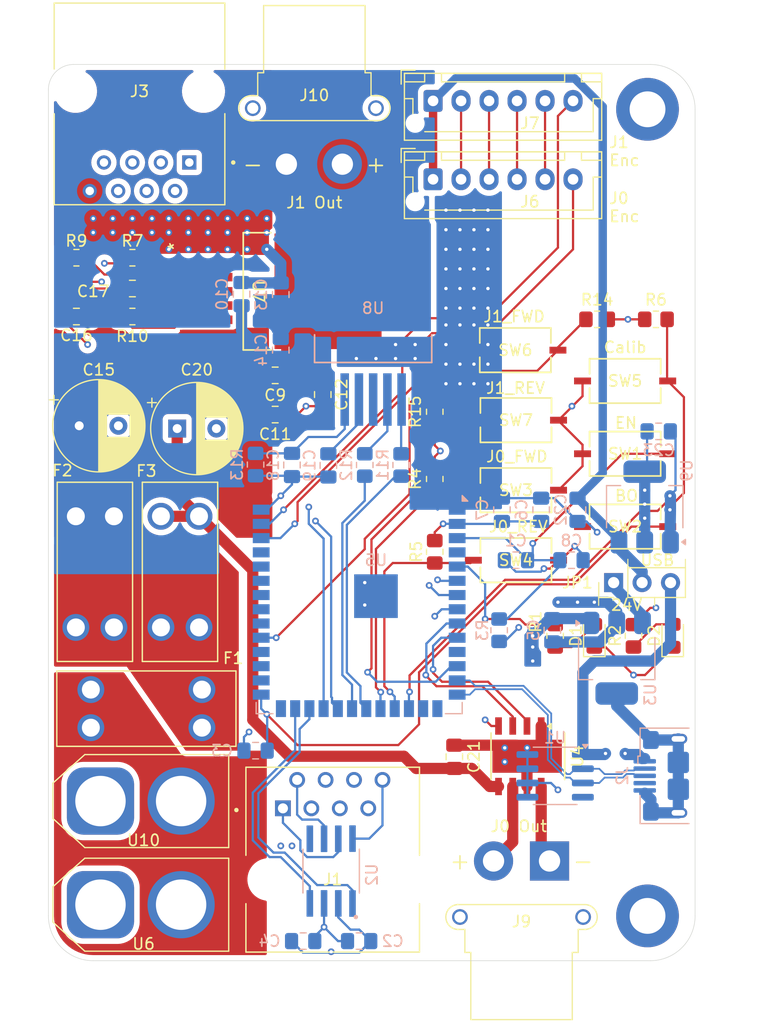
<source format=kicad_pcb>
(kicad_pcb (version 20240108) (generator "pcbnew") (generator_version "8.0")
  (layers (0 "F.Cu" signal) (1 "In1.Cu" signal) (2 "In2.Cu" signal) (31 "B.Cu" signal) (34 "B.Paste" user) (35 "F.Paste" user) (36 "B.SilkS" user "B.Silkscreen") (37 "F.SilkS" user "F.Silkscreen") (38 "B.Mask" user) (39 "F.Mask" user) (44 "Edge.Cuts" user))
  (net 0 "")
  (net 1 "GND")
  (net 2 "EN_PB")
  (net 3 "+5V")
  (net 4 "GPIO_0")
  (net 5 "+3.3V")
  (net 6 "+24V")
  (net 7 "J1+")
  (net 8 "J1-")
  (net 9 "Net-(U7-IS)")
  (net 10 "Net-(U7-SR)")
  (net 11 "Net-(U8-IS)")
  (net 12 "Net-(U8-SR)")
  (net 13 "Net-(D1-A)")
  (net 14 "Net-(D2-A)")
  (net 15 "Net-(U7-VS)")
  (net 16 "Net-(U4-V_{M})")
  (net 19 "CANH")
  (net 20 "CANL")
  (net 24 "USB_P")
  (net 25 "USB_N")
  (net 31 "CS_ENC_J0")
  (net 32 "SCK")
  (net 33 "MOSI")
  (net 34 "MISO")
  (net 35 "J0-")
  (net 36 "J0+")
  (net 37 "LED_BUILDIN")
  (net 38 "PB_FWD_J0")
  (net 39 "PB_REV_J0")
  (net 40 "PB_CALIB")
  (net 41 "Net-(U7-IN)")
  (net 42 "J1_IN_1")
  (net 44 "J1_EN_1")
  (net 45 "Net-(U7-EN_(INH))")
  (net 46 "Net-(U8-IN)")
  (net 47 "J1_IN_2")
  (net 48 "J1_EN_2")
  (net 49 "Net-(U8-EN_(INH))")
  (net 51 "RXC")
  (net 52 "TXC")
  (net 54 "J0_IN_2")
  (net 55 "J0_IN_1")
  (net 67 "PB_FWD_J1")
  (net 68 "PB_REV_J1")
  (net 69 "CS_ENC_J1")
  (net 70 "+5V_USB")
  (net 71 "Net-(JP1-A)")
  (net 73 "Net-(U10-+)")
  (footprint "3568-20:FUSE_3568-20" (layer "F.Cu") (at 21.15 62.29 90)
    (property "Reference" "F2")
    (property "Value" "20A")
  )
  (footprint "Connector_AMASS:AMASS_XT30PW-F_1x02_P2.50mm_Horizontal" (layer "F.Cu") (at 38.25 25.9)
    (property "Reference" "J10")
    (property "Value" "XT30PW-F")
  )
  (footprint "Resistor_SMD:R_0805_2012Metric_Pad1.20x1.40mm_HandSolder" (layer "F.Cu") (at 51.5 60.5 90)
    (property "Reference" "R5")
    (property "Value" "3.3k")
  )
  (footprint "Capacitor_SMD:C_0805_2012Metric_Pad1.18x1.45mm_HandSolder" (layer "F.Cu") (at 53.25 78.8 90)
    (property "Reference" "C21")
    (property "Value" "100nF")
  )
  (footprint "Package_SO:Texas_HSOP-8-1EP_3.9x4.9mm_P1.27mm_ThermalVias" (layer "F.Cu") (at 59.1 78.75 -90)
    (property "Reference" "U4")
    (property "Value" "DRV8251A")
  )
  (footprint "Connector_PinHeader_2.54mm:PinHeader_1x03_P2.54mm_Vertical" (layer "F.Cu") (at 67.475 63.25 90)
    (property "Reference" "JP1")
    (property "Value" "Jumper_3_Open")
  )
  (footprint "TS09_63_25_WT_160_SMT_TR:SW_TS09-63-25_CUD" (layer "F.Cu") (at 68.5 51.75)
    (property "Reference" "SW1")
    (property "Value" "TS09-63-25-WT-160-SMT-TR")
  )
  (footprint "TS09_63_25_WT_160_SMT_TR:SW_TS09-63-25_CUD" (layer "F.Cu") (at 58.75 55 180)
    (property "Reference" "SW3")
    (property "Value" "TS09-63-25-WT-160-SMT-TR")
  )
  (footprint "Resistor_SMD:R_0805_2012Metric_Pad1.20x1.40mm_HandSolder" (layer "F.Cu") (at 66 39.75 180)
    (property "Reference" "R14")
    (property "Value" "3.3k")
  )
  (footprint "MountingHole:MountingHole_3.2mm_M3_DIN965_Pad_TopBottom" (layer "F.Cu") (at 70.5 93)
    (property "Reference" "H4" (hide yes))
    (property "Value" "MountingHole_Pad")
  )
  (footprint "54601-908WPLF:AMPHENOL_54601-908WPLF" (layer "F.Cu") (at 25.135 19.4 180)
    (property "Reference" "J3")
    (property "Value" "RJ45")
  )
  (footprint "Capacitor_SMD:C_0805_2012Metric_Pad1.18x1.45mm_HandSolder" (layer "F.Cu") (at 37.25 44.75)
    (property "Reference" "C9")
    (property "Value" "220nF")
  )
  (footprint "TS09_63_25_WT_160_SMT_TR:SW_TS09-63-25_CUD" (layer "F.Cu") (at 68.5 45.25)
    (property "Reference" "SW5")
    (property "Value" "TS09-63-25-WT-160-SMT-TR")
  )
  (footprint "Capacitor_SMD:C_0805_2012Metric_Pad1.18x1.45mm_HandSolder" (layer "F.Cu") (at 19.5 39.5 180)
    (property "Reference" "C16")
    (property "Value" "1nF")
  )
  (footprint "Resistor_SMD:R_0805_2012Metric_Pad1.20x1.40mm_HandSolder" (layer "F.Cu") (at 69.25 68 90)
    (property "Reference" "R2")
    (property "Value" "1k")
  )
  (footprint "LED_SMD:LED_0805_2012Metric_Pad1.15x1.40mm_HandSolder" (layer "F.Cu") (at 65.75 68 90)
    (property "Reference" "D1")
    (property "Value" "R")
  )
  (footprint "Resistor_SMD:R_0805_2012Metric_Pad1.20x1.40mm_HandSolder" (layer "F.Cu") (at 62.25 68 90)
    (property "Reference" "R1")
    (property "Value" "1k")
  )
  (footprint "LED_SMD:LED_0805_2012Metric_Pad1.15x1.40mm_HandSolder" (layer "F.Cu") (at 72.75 68 90)
    (property "Reference" "D2")
    (property "Value" "G")
  )
  (footprint "Capacitor_THT:CP_Radial_D8.0mm_P3.50mm" (layer "F.Cu") (at 19.75 49.25)
    (property "Reference" "C15")
    (property "Value" "470uF")
  )
  (footprint "Connector_JST:JST_XH_B6B-XH-AM_1x06_P2.50mm_Vertical" (layer "F.Cu") (at 51.35 20.25)
    (property "Reference" "J7")
    (property "Value" "~")
  )
  (footprint "TS09_63_25_WT_160_SMT_TR:SW_TS09-63-25_CUD" (layer "F.Cu") (at 58.69635 42.5)
    (property "Reference" "SW6")
    (property "Value" "TS09-63-25-WT-160-SMT-TR")
  )
  (footprint "Resistor_SMD:R_0805_2012Metric_Pad1.20x1.40mm_HandSolder" (layer "F.Cu") (at 24.5 39.5)
    (property "Reference" "R10")
    (property "Value" "1k")
  )
  (footprint "footprints:PG-TO263-7-1_INF-M" (layer "F.Cu") (at 39.25 37.25 -90)
    (property "Reference" "U7")
    (property "Value" "BTN8962TA")
  )
  (footprint "TS09_63_25_WT_160_SMT_TR:SW_TS09-63-25_CUD" (layer "F.Cu") (at 58.75 48.75 180)
    (property "Reference" "SW7")
    (property "Value" "TS09-63-25-WT-160-SMT-TR")
  )
  (footprint "Capacitor_SMD:C_0805_2012Metric_Pad1.18x1.45mm_HandSolder" (layer "F.Cu") (at 37.25 48.25)
    (property "Reference" "C11")
    (property "Value" "100nF")
  )
  (footprint "TS09_63_25_WT_160_SMT_TR:SW_TS09-63-25_CUD" (layer "F.Cu") (at 68.5 58.25)
    (property "Reference" "SW2")
    (property "Value" "TS09-63-25-WT-160-SMT-TR")
  )
  (footprint "3568-20:FUSE_3568-20" (layer "F.Cu") (at 25.75 74.5 180)
    (property "Reference" "F1")
    (property "Value" "25A")
  )
  (footprint "3568-20:FUSE_3568-20" (layer "F.Cu") (at 28.75 62.29 90)
    (property "Reference" "F3")
    (property "Value" "4A")
  )
  (footprint "TS09_63_25_WT_160_SMT_TR:SW_TS09-63-25_CUD" (layer "F.Cu") (at 58.75 61.25 180)
    (property "Reference" "SW4")
    (property "Value" "TS09-63-25-WT-160-SMT-TR")
  )
  (footprint "Connector_AMASS:AMASS_XT60-M_1x02_P7.20mm_Vertical" (layer "F.Cu") (at 21.65 92)
    (property "Reference" "U6")
    (property "Value" "XT60PM-M")
  )
  (footprint "Capacitor_SMD:C_0805_2012Metric_Pad1.18x1.45mm_HandSolder" (layer "F.Cu") (at 24.5 37 180)
    (property "Reference" "C17")
    (property "Value" "100nF")
  )
  (footprint "Connector_AMASS:AMASS_XT60-M_1x02_P7.20mm_Vertical" (layer "F.Cu") (at 21.65 82.75)
    (property "Reference" "U10")
    (property "Value" "XT60PM-M")
  )
  (footprint "Connector_AMASS:AMASS_XT30PW-F_1x02_P2.50mm_Horizontal" (layer "F.Cu") (at 61.75 88.1 180)
    (property "Reference" "J9")
    (property "Value" "XT30PW-F")
  )
  (footprint "Capacitor_THT:CP_Radial_D8.0mm_P3.50mm" (layer "F.Cu") (at 28.5 49.5)
    (property "Reference" "C20")
    (property "Value" "470uF")
  )
  (footprint "Resistor_SMD:R_0805_2012Metric_Pad1.20x1.40mm_HandSolder" (layer "F.Cu") (at 51.5 48 -90)
    (property "Reference" "R15")
    (property "Value" "3.3k")
  )
  (footprint "Capacitor_SMD:C_0805_2012Metric_Pad1.18x1.45mm_HandSolder" (layer "F.Cu") (at 41.5 46.4625 -90)
    (property "Reference" "C12")
    (property "Value" "220nF")
  )
  (footprint "Resistor_SMD:R_0805_2012Metric_Pad1.20x1.40mm_HandSolder" (layer "F.Cu") (at 19.5 34.25 180)
    (property "Reference" "R9")
    (property "Value" "10k")
  )
  (footprint "Resistor_SMD:R_0805_2012Metric_Pad1.20x1.40mm_HandSolder" (layer "F.Cu") (at 71.25 39.75 180)
    (property "Reference" "R6")
    (property "Value" "3.3k")
  )
  (footprint "MountingHole:MountingHole_3.2mm_M3_DIN965_Pad_TopBottom" (layer "F.Cu") (at 70.5 21)
    (property "Reference" "H3" (hide yes))
    (property "Value" "MountingHole_Pad")
  )
  (footprint "Resistor_SMD:R_0805_2012Metric_Pad1.20x1.40mm_HandSolder" (layer "F.Cu") (at 51.5 54 -90)
    (property "Reference" "R4")
    (property "Value" "3.3k")
  )
  (footprint "Connector_JST:JST_XH_B6B-XH-AM_1x06_P2.50mm_Vertical" (layer "F.Cu") (at 51.35 27.25)
    (property "Reference" "J6")
    (property "Value" "~")
  )
  (footprint "A-2014-2-4-N-T-R:ASSMANN_A-2014-2-4-N-T-R" (layer "F.Cu") (at 42.3875 89.75)
    (property "Reference" "J1")
    (property "Value" "RJ45")
  )
  (footprint "Resistor_SMD:R_0805_2012Metric_Pad1.20x1.40mm_HandSolder" (layer "F.Cu") (at 24.5 34.25 180)
    (property "Reference" "R7")
    (property "Value" "10k")
  )
  (footprint "Capacitor_SMD:C_0805_2012Metric_Pad1.18x1.45mm_HandSolder" (layer "B.Cu") (at 42 52.7875 -90)
    (property "Reference" "C19")
    (property "Value" "100nF")
  )
  (footprint "footprints:PG-TO263-7-1_INF-M" (layer "B.Cu") (at 46 38.75 180)
    (property "Reference" "U8")
    (property "Value" "BTN8962TA")
  )
  (footprint "Capacitor_SMD:C_0805_2012Metric_Pad1.18x1.45mm_HandSolder" (layer "B.Cu") (at 58.75 61.25)
    (property "Reference" "C1")
    (property "Value" "100nF")
  )
  (footprint "Resistor_SMD:R_0805_2012Metric_Pad1.20x1.40mm_HandSolder" (layer "B.Cu") (at 35.5 52.7125 -90)
    (property "Reference" "R13")
    (property "Value" "1k")
  )
  (footprint "RF_Module:ESP32-S3-WROOM-1" (layer "B.Cu") (at 44.75 62 180)
    (property "Reference" "U5")
    (property "Value" "ESP32-S3-WROOM-1")
  )
  (footprint "Resistor_SMD:R_0805_2012Metric_Pad1.20x1.40mm_HandSolder" (layer "B.Cu") (at 48.5 52.75 -90)
    (property "Reference" "R11")
    (property "Value" "10k")
  )
  (footprint "Capacitor_SMD:C_0805_2012Metric_Pad1.18x1.45mm_HandSolder" (layer "B.Cu") (at 38.75 52.75 -90)
    (property "Reference" "C18")
    (property "Value" "1nF")
  )
  (footprint "TJA1050T_CM_118:SOIC127P600X175-8N" (layer "B.Cu") (at 42.25 89 90)
    (property "Reference" "U2")
    (property "Value" "SN65HVD232Q")
  )
  (footprint "Package_TO_SOT_SMD:SOT-223-3_TabPin2" (layer "B.Cu") (at 67.75 70 -90)
    (property "Reference" "U3")
    (property "Value" "LM7805MPX/NOPB")
  )
  (footprint "Package_SO:SOIC-8-1EP_3.9x4.9mm_P1.27mm_EP2.29x3mm" (layer "B.Cu") (at 62.25 80.5 180)
    (property "Reference" "U1")
    (property "Value" "150-SMDB03CE3/TR7TR-ND")
  )
  (footprint "Capacitor_SMD:C_0805_2012Metric_Pad1.18x1.45mm_HandSolder" (layer "B.Cu") (at 35.5 78.25)
    (property "Reference" "C3")
    (property "Value" "100nF")
  )
  (footprint "Capacitor_SMD:C_0805_2012Metric_Pad1.18x1.45mm_HandSolder" (layer "B.Cu") (at 37.75 42.5 90)
    (property "Reference" "C14")
    (property "Value" "220nF")
  )
  (footprint "Capacitor_SMD:C_0805_2012Metric_Pad1.18x1.45mm_HandSolder" (layer "B.Cu") (at 64.25 56.75 -90)
    (property "Reference" "C22")
    (property "Value" "10uF")
  )
  (footprint "Capacitor_SMD:C_0805_2012Metric_Pad1.18x1.45mm_HandSolder" (layer "B.Cu") (at 57.5 56.75 90)
    (property "Reference" "C7")
    (property "Value" "100nF")
  )
  (footprint "Connector_USB:USB_Micro-B_Amphenol_10118193-0001LF_Horizontal" (layer "B.Cu") (at 73.25 80.5 -90)
    (property "Reference" "J2")
    (property "Value" "USB_B_Micro")
  )
  (footprint "Capacitor_SMD:C_0805_2012Metric_Pad1.18x1.45mm_HandSolder" (layer "B.Cu") (at 44.75 95.25)
    (property "Reference" "C2")
    (property "Value" "10uF")
  )
  (footprint "Capacitor_SMD:C_0805_2012Metric_Pad1.18x1.45mm_HandSolder" (layer "B.Cu") (at 63.7125 61.25)
    (property "Reference" "C8")
    (property "Value" "1uF")
  )
  (footprint "Resistor_SMD:R_0805_2012Metric_Pad1.20x1.40mm_HandSolder" (layer "B.Cu") (at 45.25 52.75 -90)
    (property "Reference" "R12")
    (property "Value" "10k")
  )
  (footprint "Capacitor_SMD:C_0805_2012Metric_Pad1.18x1.45mm_HandSolder" (layer "B.Cu") (at 34.25 37.5 90)
    (property "Reference" "C10")
    (property "Value" "100nF")
  )
  (footprint "Resistor_SMD:R_0805_2012Metric_Pad1.20x1.40mm_HandSolder" (layer "B.Cu") (at 57.25 67.5 90)
    (property "Reference" "R3")
    (property "Value" "10K")
  )
  (footprint "Capacitor_SMD:C_0805_2012Metric_Pad1.18x1.45mm_HandSolder" (layer "B.Cu") (at 71.5 49.75)
    (property "Reference" "C23")
    (property "Value" "22uF")
  )
  (footprint "Capacitor_SMD:C_0805_2012Metric_Pad1.18x1.45mm_HandSolder" (layer "B.Cu") (at 39.75 95.25 180)
    (property "Reference" "C4")
    (property "Value" "100nF")
  )
  (footprint "Capacitor_SMD:C_0805_2012Metric_Pad1.18x1.45mm_HandSolder" (layer "B.Cu") (at 62 67.5 -90)
    (property "Reference" "C5")
    (property "Value" "220nF")
  )
  (footprint "Package_TO_SOT_SMD:SOT-223-3_TabPin2" (layer "B.Cu") (at 70.25 56.5 90)
    (property "Reference" "U9")
    (property "Value" "AZ1117CH2-3.3TRG1")
  )
  (footprint "Capacitor_SMD:C_0805_2012Metric_Pad1.18x1.45mm_HandSolder" (layer "B.Cu") (at 61 56.75 90)
    (property "Reference" "C6")
    (property "Value" "22uF")
  )
  (footprint "Capacitor_SMD:C_0805_2012Metric_Pad1.18x1.45mm_HandSolder" (layer "B.Cu") (at 37.75 37.5375 90)
    (property "Reference" "C13")
    (property "Value" "220nF")
  )
  (gr_line (start 68.745 61.92) (end 68.745 61.17) (stroke (width 0.1)) (layer "F.SilkS"))
  (gr_line (start 66.135 64.56) (end 66.135 65.28) (stroke (width 0.1)) (layer "F.SilkS"))
  (gr_line (start 73.885 61.92) (end 73.885 61.17) (stroke (width 0.1)) (layer "F.SilkS"))
  (gr_line (start 71.135 64.58) (end 71.135 65.295) (stroke (width 0.1)) (layer "F.SilkS"))
  (gr_arc (start 74.75 93) (mid 73.578427 95.828427) (end 70.75 97) (stroke (width 0.05)) (layer "Edge.Cuts"))
  (gr_arc (start 70.75 17) (mid 73.578427 18.171573) (end 74.75 21) (stroke (width 0.05)) (layer "Edge.Cuts"))
  (gr_line (start 19.25 17) (end 70.75 17) (stroke (width 0.05)) (layer "Edge.Cuts"))
  (gr_line (start 21 97) (end 70.75 97) (stroke (width 0.05)) (layer "Edge.Cuts"))
  (gr_line (start 74.75 93) (end 74.75 21) (stroke (width 0.05)) (layer "Edge.Cuts"))
  (gr_line (start 17 93) (end 17 19.25) (stroke (width 0.05)) (layer "Edge.Cuts"))
  (gr_arc (start 17 19.25) (mid 17.65901 17.65901) (end 19.25 17) (stroke (width 0.05)) (layer "Edge.Cuts"))
  (gr_arc (start 21 97) (mid 18.171573 95.828427) (end 17 93) (stroke (width 0.05)) (layer "Edge.Cuts"))
  (gr_text "BO" (at 67.5 55.5 0) (layer "F.SilkS") (effects (font (size 1 1)) (justify left)))
  (gr_text "J1 Out" (at 40.745 29.33 0) (layer "F.SilkS") (effects (font (size 1 1))))
  (gr_text "USB" (at 71.385 61.25 0) (layer "F.SilkS") (effects (font (size 1 1))))
  (gr_text "J0\nEnc" (at 67 29.75 0) (layer "F.SilkS") (effects (font (size 1 1)) (justify left)))
  (gr_text "EN" (at 67.5 49 0) (layer "F.SilkS") (effects (font (size 1 1)) (justify left)))
  (gr_text "J0_REV" (at 56.25 58.25 0) (layer "F.SilkS") (effects (font (size 1 1)) (justify left)))
  (gr_text "J1\nEnc" (at 67 24.75 0) (layer "F.SilkS") (effects (font (size 1 1)) (justify left)))
  (gr_text "Calib" (at 68.5 42.25 0) (layer "F.SilkS") (effects (font (size 1 1))))
  (gr_text "J1_REV" (at 56 45.8812 0) (layer "F.SilkS") (effects (font (size 1 1)) (justify left)))
  (gr_text "*" (at 28.25 33.25 90) (layer "F.SilkS") (effects (font (size 1 1))))
  (gr_text "J1_FWD" (at 55.75 39.5 0) (layer "F.SilkS") (effects (font (size 1 1)) (justify left)))
  (gr_text "24V" (at 68.635 65.25 0) (layer "F.SilkS") (effects (font (size 1 1))))
  (gr_text "J0 Out" (at 59 85 0) (layer "F.SilkS") (effects (font (size 1 1))))
  (gr_text "J0_FWD" (at 56 52 0) (layer "F.SilkS") (effects (font (size 1 1)) (justify left)))
  (segment (start 58.85 20.25) (end 58.85 27.25) (width 0.2) (layer "F.Cu") (net 1))
  (segment (start 60.5 78) (end 59.75 78) (width 1) (layer "F.Cu") (net 1))
  (segment (start 39.25 48.25) (end 40 47.5) (width 0.2) (layer "F.Cu") (net 1))
  (segment (start 59.735 78.765) (end 59.75 78.75) (width 1) (layer "F.Cu") (net 1))
  (segment (start 58.7625 77.7625) (end 53.25 77.7625) (width 1) (layer "F.Cu") (net 1))
  (segment (start 55 43.75) (end 55 42.6073) (width 0.2) (layer "F.Cu") (net 1))
  (segment (start 38.2875 48.25) (end 39.25 48.25) (width 0.2) (layer "F.Cu") (net 1))
  (segment (start 61.005 77.495) (end 60.5 78) (width 1) (layer "F.Cu") (net 1))
  (segment (start 59.75 78.75) (end 58.7625 77.7625) (width 1) (layer "F.Cu") (net 1))
  (segment (start 63.75 47.5) (end 63.75 47.55365) (width 0.2) (layer "F.Cu") (net 1))
  (segment (start 65.75 69.025) (end 66.775 69.025) (width 0.2) (layer "F.Cu") (net 1))
  (segment (start 63.75 47.55365) (end 62.55365 48.75) (width 0.2) (layer "F.Cu") (net 1))
  (segment (start 23.4625 37) (end 20.9625 37) (width 0.2) (layer "F.Cu") (net 1))
  (segment (start 18.4625 39.9625) (end 18.4625 39.5) (width 0.2) (layer "F.Cu") (net 1))
  (segment (start 62.55365 48.80365) (end 64.69635 50.94635) (width 0.2) (layer "F.Cu") (net 1))
  (segment (start 59.735 81.45) (end 59.735 78.765) (width 1) (layer "F.Cu") (net 1))
  (segment (start 64.69635 51.75) (end 64.69635 52.8573) (width 0.2) (layer "F.Cu") (net 1))
  (segment (start 59.75 78) (end 59.75 78.75) (width 1) (layer "F.Cu") (net 1))
  (segment (start 57.9875 77.7625) (end 58.7625 77.7625) (width 1) (layer "F.Cu") (net 1))
  (segment (start 66.775 69.025) (end 69.25 71.5) (width 0.2) (layer "F.Cu") (net 1))
  (segment (start 59.75 78.75) (end 59.75 78.75) (width 1) (layer "F.Cu") (net 1))
  (segment (start 20.5 42) (end 18.4625 39.9625) (width 0.2) (layer "F.Cu") (net 1))
  (segment (start 64.69635 45.25) (end 64.69635 46.6073) (width 0.2) (layer "F.Cu") (net 1))
  (segment (start 62.75 61.25) (end 64 60) (width 0.2) (layer "F.Cu") (net 1))
  (segment (start 62.55365 48.75) (end 62.55365 48.80365) (width 0.2) (layer "F.Cu") (net 1))
  (segment (start 62.55365 61.25) (end 62.75 61.25) (width 0.2) (layer "F.Cu") (net 1))
  (segment (start 64.69635 58.25) (end 65.5 58.25) (width 0.2) (layer "F.Cu") (net 1))
  (segment (start 23.4625 37.4625) (end 23.4625 37) (width 0.2) (layer "F.Cu") (net 1))
  (segment (start 19.85625 38.10625) (end 18.4625 39.5) (width 0.2) (layer "F.Cu") (net 1))
  (segment (start 64.69635 52.8573) (end 62.55365 55) (width 0.2) (layer "F.Cu") (net 1))
  (segment (start 63.80365 47.5) (end 63.75 47.5) (width 0.2) (layer "F.Cu") (net 1))
  (segment (start 25.5 39.5) (end 23.4625 37.4625) (width 0.2) (layer "F.Cu") (net 1))
  (segment (start 57.5125 77.7625) (end 57.75 78) (width 1) (layer "F.Cu") (net 1))
  (segment (start 65.5 58.25) (end 66 58.75) (width 0.2) (layer "F.Cu") (net 1))
  (segment (start 55 42.6073) (end 54.8927 42.5) (width 0.2) (layer "F.Cu") (net 1))
  (segment (start 64.69635 46.6073) (end 63.80365 47.5) (width 0.2) (layer "F.Cu") (net 1))
  (segment (start 70.275 71.5) (end 69.25 71.5) (width 0.2) (layer "F.Cu") (net 1))
  (segment (start 64.69635 50.94635) (end 64.69635 51.75) (width 0.2) (layer "F.Cu") (net 1))
  (segment (start 20.9625 37) (end 19.85625 38.10625) (width 0.2) (layer "F.Cu") (net 1))
  (segment (start 61.005 76.05) (end 61.005 77.495) (width 1) (layer "F.Cu") (net 1))
  (segment (start 61.80365 62) (end 62.55365 61.25) (width 0.2) (layer "F.Cu") (net 1))
  (segment (start 61.25 62) (end 61.80365 62) (width 0.2) (layer "F.Cu") (net 1))
  (segment (start 41.5 47.5) (end 40 47.5) (width 0.2) (layer "F.Cu") (net 1))
  (segment (start 72.75 69.025) (end 70.275 71.5) (width 0.2) (layer "F.Cu") (net 1))
  (segment (start 57.75 78) (end 57.9875 77.7625) (width 1) (layer "F.Cu") (net 1))
  (via (at 72.5 56.75) (size 0.6) (drill 0.3) (layers "F.Cu" "B.Cu") (net 1))
  (via (at 22.75 30.75) (size 0.6) (drill 0.3) (layers "F.Cu" "B.Cu") (net 1))
  (via (at 53.75 35.25) (size 0.6) (drill 0.3) (layers "F.Cu" "B.Cu") (net 1))
  (via (at 36.5 33.5) (size 0.6) (drill 0.3) (layers "F.Cu" "B.Cu") (net 1))
  (via (at 52.5 30) (size 0.6) (drill 0.3) (layers "F.Cu" "B.Cu") (net 1))
  (via (at 55 31.75) (size 0.6) (drill 0.3) (layers "F.Cu" "B.Cu") (net 1))
  (via (at 22.75 32) (size 0.6) (drill 0.3) (layers "F.Cu" "B.Cu") (net 1))
  (via (at 62.5 65) (size 0.6) (drill 0.3) (layers "F.Cu" "B.Cu") (net 1))
  (via (at 56.25 43.75) (size 0.6) (drill 0.3) (layers "F.Cu" "B.Cu") (net 1))
  (via (at 53.75 30) (size 0.6) (drill 0.3) (layers "F.Cu" "B.Cu") (net 1))
  (via (at 69.25 71.5) (size 0.6) (drill 0.3) (layers "F.Cu" "B.Cu") (net 1))
  (via (at 57.75 79.25) (size 0.6) (drill 0.3) (layers "F.Cu" "B.Cu") (net 1))
  (via (at 36.5 32) (size 0.6) (drill 0.3) (layers "F.Cu" "B.Cu") (net 1))
  (via (at 45.25 65.25) (size 0.6) (drill 0.3) (layers "F.Cu" "B.Cu") (net 1))
  (via (at 55 40.25) (size 0.6) (drill 0.3) (layers "F.Cu" "B.Cu") (net 1))
  (via (at 52.5 35.25) (size 0.6) (drill 0.3) (layers "F.Cu" "B.Cu") (net 1))
  (via (at 56.25 30) (size 0.6) (drill 0.3) (layers "F.Cu" "B.Cu") (net 1))
  (via (at 55 43.75) (size 0.6) (drill 0.3) (layers "F.Cu" "B.Cu") (net 1))
  (via (at 52.5 45.5) (size 0.6) (drill 0.3) (layers "F.Cu" "B.Cu") (net 1))
  (via (at 27.75 33.5) (size 0.6) (drill 0.3) (layers "F.Cu" "B.Cu") (net 1))
  (via (at 27.75 32) (size 0.6) (drill 0.3) (layers "F.Cu" "B.Cu") (net 1))
  (via (at 27.75 30.75) (size 0.6) (drill 0.3) (layers "F.Cu" "B.Cu") (net 1))
  (via (at 64.25 65) (size 0.6) (drill 0.3) (layers "F.Cu" "B.Cu") (net 1))
  (via (at 56.25 45.5) (size 0.6) (drill 0.3) (layers "F.Cu" "B.Cu") (net 1))
  (via (at 63.75 47.5) (size 0.6) (drill 0.3) (layers "F.Cu" "B.Cu") (net 1))
  (via (at 24.5 30.75) (size 0.6) (drill 0.3) (layers "F.Cu" "B.Cu") (net 1))
  (via (at 52.5 37) (size 0.6) (drill 0.3) (layers "F.Cu" "B.Cu") (net 1))
  (via (at 53.75 33.5) (size 0.6) (drill 0.3) (layers "F.Cu" "B.Cu") (net 1))
  (via (at 45.25 63.25) (size 0.6) (drill 0.3) (layers "F.Cu" "B.Cu") (net 1))
  (via (at 65.75 65) (size 0.6) (drill 0.3) (layers "F.Cu" "B.Cu") (net 1))
  (via (at 49.75 43.25) (size 0.6) (drill 0.3) (layers "F.Cu" "B.Cu") (net 1))
  (via (at 56.25 37) (size 0.6) (drill 0.3) (layers "F.Cu" "B.Cu") (net 1))
  (via (at 53.75 38.75) (size 0.6) (drill 0.3) (layers "F.Cu" "B.Cu") (net 1))
  (via (at 26.25 32) (size 0.6) (drill 0.3) (layers "F.Cu" "B.Cu") (net 1))
  (via (at 52.5 40.25) (size 0.6) (drill 0.3) (layers "F.Cu" "B.Cu") (net 1))
  (via (at 55 33.5) (size 0.6) (drill 0.3) (layers "F.Cu" "B.Cu") (net 1))
  (via (at 48 42) (size 0.6) (drill 0.3) (layers "F.Cu" "B.Cu") (net 1))
  (via (at 52.5 33.5) (size 0.6) (drill 0.3) (layers "F.Cu" "B.Cu") (net 1))
  (via (at 34.75 32) (size 0.6) (drill 0.3) (layers "F.Cu" "B.Cu") (net 1))
  (via (at 31.25 33.5) (size 0.6) (drill 0.3) (layers "F.Cu" "B.Cu") (net 1))
  (via (at 59.75 78) (size 0.6) (drill 0.3) (layers "F.Cu" "B.Cu") (net 1))
  (via (at 56.25 31.75) (size 0.6) (drill 0.3) (layers "F.Cu" "B.Cu") (net 1))
  (via (at 37.75 55.5) (size 0.6) (drill 0.3) (layers "F.Cu" "B.Cu") (net 1))
  (via (at 36.5 30.75) (size 0.6) (drill 0.3) (layers "F.Cu" "B.Cu") (net 1))
  (via (at 26.25 30.75) (size 0.6) (drill 0.3) (layers "F.Cu" "B.Cu") (net 1))
  (via (at 55 37) (size 0.6) (drill 0.3) (layers "F.Cu" "B.Cu") (net 1))
  (via (at 56.25 38.75) (size 0.6) (drill 0.3) (layers "F.Cu" "B.Cu") (net 1))
  (via (at 52.5 43.75) (size 0.6) (drill 0.3) (layers "F.Cu" "B.Cu") (net 1))
  (via (at 66 58.75) (size 0.6) (drill 0.3) (layers "F.Cu" "B.Cu") (net 1))
  (via (at 44.5 43.25) (size 0.6) (drill 0.3) (layers "F.Cu" "B.Cu") (net 1))
  (via (at 62.5 81.75) (size 0.6) (drill 0.3) (layers "F.Cu" "B.Cu") (net 1))
  (via (at 57.75 78) (size 0.6) (drill 0.3) (layers "F.Cu" "B.Cu") (net 1))
  (via (at 34.917893 76.582107) (size 0.6) (drill 0.3) (layers "F.Cu" "B.Cu") (net 1))
  (via (at 56.25 33.5) (size 0.6) (drill 0.3) (layers "F.Cu" "B.Cu") (net 1))
  (via (at 21 30.75) (size 0.6) (drill 0.3) (layers "F.Cu" "B.Cu") (net 1))
  (via (at 56.25 35.25) (size 0.6) (drill 0.3) (layers "F.Cu" "B.Cu") (net 1))
  (via (at 55 38.75) (size 0.6) (drill 0.3) (layers "F.Cu" "B.Cu") (net 1))
  (via (at 33 33.5) (size 0.6) (drill 0.3) (layers "F.Cu" "B.Cu") (net 1))
  (via (at 72.5 55.5) (size 0.6) (drill 0.3) (layers "F.Cu" "B.Cu") (net 1))
  (via (at 56.25 40.25) (size 0.6) (drill 0.3) (layers "F.Cu" "B.Cu") (net 1))
  (via (at 53.75 45.5) (size 0.6) (drill 0.3) (layers "F.Cu" "B.Cu") (net 1))
  (via (at 48 43.25) (size 0.6) (drill 0.3) (layers "F.Cu" "B.Cu") (net 1))
  (via (at 34.75 33.5) (size 0.6) (drill 0.3) (layers "F.Cu" "B.Cu") (net 1))
  (via (at 49.75 42) (size 0.6) (drill 0.3) (layers "F.Cu" "B.Cu") (net 1))
  (via (at 64 60) (size 0.6) (drill 0.3) (layers "F.Cu" "B.Cu") (net 1))
  (via (at 55 35.25) (size 0.6) (drill 0.3) (layers "F.Cu" "B.Cu") (net 1))
  (via (at 52.5 31.75) (size 0.6) (drill 0.3) (layers "F.Cu" "B.Cu") (net 1))
  (via (at 53.75 43.75) (size 0.6) (drill 0.3) (layers "F.Cu" "B.Cu") (net 1))
  (via (at 31.25 32) (size 0.6) (drill 0.3) (layers "F.Cu" "B.Cu") (net 1))
  (via (at 40 47.5) (size 0.6) (drill 0.3) (layers "F.Cu" "B.Cu") (net 1))
  (via (at 56.25 42) (size 0.6) (drill 0.3) (layers "F.Cu" "B.Cu") (net 1))
  (via (at 52.5 38.75) (size 0.6) (drill 0.3) (layers "F.Cu" "B.Cu") (net 1))
  (via (at 55 30) (size 0.6) (drill 0.3) (layers "F.Cu" "B.Cu") (net 1))
  (via (at 29.5 30.75) (size 0.6) (drill 0.3) (layers "F.Cu" "B.Cu") (net 1))
  (via (at 29.5 33.5) (size 0.6) (drill 0.3) (layers "F.Cu" "B.Cu") (net 1))
  (via (at 53.75 37) (size 0.6) (drill 0.3) (layers "F.Cu" "B.Cu") (net 1))
  (via (at 53.75 31.75) (size 0.6) (drill 0.3) (layers "F.Cu" "B.Cu") (net 1))
  (via (at 31.25 30.75) (size 0.6) (drill 0.3) (layers "F.Cu" "B.Cu") (net 1))
  (via (at 29.5 32) (size 0.6) (drill 0.3) (layers "F.Cu" "B.Cu") (net 1))
  (via (at 33 32) (size 0.6) (drill 0.3) (layers "F.Cu" "B.Cu") (net 1))
  (via (at 61.25 62) (size 0.6) (drill 0.3) (layers "F.Cu" "B.Cu") (net 1))
  (via (at 55 45.5) (size 0.6) (drill 0.3) (layers "F.Cu" "B.Cu") (net 1))
  (via (at 42.25 96.2) (size 0.6) (drill 0.3) (layers "F.Cu" "B.Cu") (net 1))
  (via (at 46.25 43.25) (size 0.6) (drill 0.3) (layers "F.Cu" "B.Cu") (net 1))
  (via (at 34.75 30.75) (size 0.6) (drill 0.3) (layers "F.Cu" "B.Cu") (net 1))
  (via (at 20.5 42) (size 0.6) (drill 0.3) (layers "F.Cu" "B.Cu") (net 1))
  (via (at 52.5 42) (size 0.6) (drill 0.3) (layers "F.Cu" "B.Cu") (net 1))
  (via (at 53.75 40.25) (size 0.6) (drill 0.3) (layers "F.Cu" "B.Cu") (net 1))
  (via (at 24.5 32) (size 0.6) (drill 0.3) (layers "F.Cu" "B.Cu") (net 1))
  (via (at 21 32) (size 0.6) (drill 0.3) (layers "F.Cu" "B.Cu") (net 1))
  (via (at 33 30.75) (size 0.6) (drill 0.3) (layers "F.Cu" "B.Cu") (net 1))
  (segment (start 72.55 55.55) (end 72.5 55.5) (width 1) (layer "B.Cu") (net 1))
  (segment (start 72.55 56.7) (end 72.55 55.55) (width 1) (layer "B.Cu") (net 1))
  (segment (start 36.51 56.74) (end 36 56.74) (width 0.2) (layer "B.Cu") (net 1))
  (segment (start 72.55 59.65) (end 72.5 59.75) (width 1) (layer "B.Cu") (net 1))
  (segment (start 59.775 78.595) (end 59.775 78.025) (width 0.2) (layer "B.Cu") (net 1))
  (segment (start 57.5 55.7125) (end 61 55.7125) (width 0.2) (layer "B.Cu") (net 1))
  (segment (start 38.75 54.5) (end 38.75 53.7875) (width 0.2) (layer "B.Cu") (net 1))
  (segment (start 73.25 79.3) (end 73.25 81.7) (width 1) (layer "B.Cu") (net 1))
  (segment (start 67.75 73.15) (end 67.75 74.25) (width 1) (layer "B.Cu") (net 1))
  (segment (start 70.8 83.7) (end 70.8 82.6) (width 1) (layer "B.Cu") (net 1))
  (segment (start 73.25 83.8) (end 70.9 83.8) (width 1) (layer "B.Cu") (net 1))
  (segment (start 42.885 91.885) (end 42.885 93.135) (width 0.2) (layer "B.Cu") (net 1))
  (segment (start 34.2875 36.5) (end 34.25 36.4625) (width 1) (layer "B.Cu") (net 1))
  (segment (start 70.9 83.8) (end 70.8 83.7) (width 1) (layer "B.Cu") (net 1))
  (segment (start 44.155 86.1025) (end 45.6475 86.1025) (width 0.2) (layer "B.Cu") (net 1))
  (segment (start 62.175 55.7125) (end 64.25 57.7875) (width 0.2) (layer "B.Cu") (net 1))
  (segment (start 73 50.2125) (end 73 55) (width 0.2) (layer "B.Cu") (net 1))
  (segment (start 34.4625 77.0375) (end 34.4625 78.25) (width 0.2) (layer "B.Cu") (net 1))
  (segment (start 72.55 56.8) (end 72.5 56.75) (width 1) (layer "B.Cu") (net 1))
  (segment (start 42.325 96.275) (end 42.25 96.2) (width 0.2) (layer "B.Cu") (net 1))
  (segment (start 73.25 77.2) (end 73.25 79.3) (width 1) (layer "B.Cu") (net 1))
  (segment (start 65.75 65) (end 64.25 65) (width 1) (layer "B.Cu") (net 1))
  (segment (start 65.0375 57.7875) (end 66 58.75) (width 0.2) (layer "B.Cu") (net 1))
  (segment (start 61.885 81.135) (end 59.775 81.135) (width 0.2) (layer "B.Cu") (net 1))
  (segment (start 34.917893 76.582107) (end 34.4625 77.0375) (width 0.2) (layer "B.Cu") (net 1))
  (segment (start 59.775 79.865) (end 59.775 81.135) (width 0.2) (layer "B.Cu") (net 1))
  (segment (start 64.25 57.7875) (end 65.0375 57.7875) (width 0.2) (layer "B.Cu") (net 1))
  (segment (start 72.5375 49.75) (end 73 50.2125) (width 0.2) (layer "B.Cu") (net 1))
  (segment (start 67.75 67.07028) (end 67.75 66.85) (width 1) (layer "B.Cu") (net 1))
  (segment (start 67.75 66.85) (end 67.75 65.85) (width 1) (layer "B.Cu") (net 1))
  (segment (start 67.75 74.25) (end 70.8 77.3) (width 1) (layer "B.Cu") (net 1))
  (segment (start 59.775 78.595) (end 59.775 79.865) (width 0.2) (layer "B.Cu") (net 1))
  (segment (start 35.5 53.7125) (end 37.4625 53.7125) (width 0.2) (layer "B.Cu") (net 1))
  (segment (start 45.7875 95.25) (end 44.7625 96.275) (width 0.2) (layer "B.Cu") (net 1))
  (segment (start 42.885 93.135) (end 43.975 94.225) (width 0.2) (layer "B.Cu") (net 1))
  (segment (start 37.5375 53.7125) (end 38.675 53.7125) (width 0.2) (layer "B.Cu") (net 1))
  (segment (start 43.975 94.225) (end 44.7625 94.225) (width 0.2) (layer "B.Cu") (net 1))
  (segment (start 64.25 65) (end 62.5 65) (width 1) (layer "B.Cu") (net 1))
  (segment (start 58.85 27.25) (end 58.85 27.65) (width 0.2) (layer "B.Cu") (net 1))
  (segment (start 70.8 77.3) (end 73.15 77.3) (width 1) (layer "B.Cu") (net 1))
  (segment (start 44.7625 96.275) (end 42.325 96.275) (width 0.2) (layer "B.Cu") (net 1))
  (segment (start 66.27028 68.55) (end 67.75 67.07028) (width 1) (layer "B.Cu") (net 1))
  (segment (start 72.5 56.75) (end 72.55 56.7) (width 1) (layer "B.Cu") (net 1))
  (segment (start 62.0125 68.55) (end 66.27028 68.55) (width 1) (layer "B.Cu") (net 1))
  (segment (start 38.675 53.7125) (end 38.75 53.7875) (width 0.2) (layer "B.Cu") (net 1))
  (segment (start 59.775 78.025) (end 59.75 78) (width 0.2) (layer "B.Cu") (net 1))
  (segment (start 45.6475 86.1025) (end 46.8325 84.9175) (width 0.2) (layer "B.Cu") (net 1))
  (segment (start 46.8325 84.9175) (end 46.8325 80.86) (width 0.2) (layer "B.Cu") (net 1))
  (segment (start 67.75 65.85) (end 66.9 65) (width 1) (layer "B.Cu") (net 1))
  (segment (start 72.5 59.75) (end 72.55 56.8) (width 1) (layer "B.Cu") (net 1))
  (segment (start 73.25 81.7) (end 73.25 83.8) (width 1) (layer "B.Cu") (net 1))
  (segment (start 37.75 36.5) (end 37.75 34.75) (width 1) (layer "B.Cu") (net 1))
  (segment (start 70.8 82.6) (end 70.25 82.05) (width 1) (layer "B.Cu") (net 1))
  (segment (start 35.5 53.7125) (end 35.9625 53.7125) (width 0.2) (layer "B.Cu") (net 1))
  (segment (start 62.5 81.75) (end 61.885 81.135) (width 0.2) (layer "B.Cu") (net 1))
  (segment (start 64.75 60.75) (end 64 60) (width 0.2) (layer "B.Cu") (net 1))
  (segment (start 38.7125 95.25) (end 39.7375 96.275) (width 0.2) (layer "B.Cu") (net 1))
  (segment (start 73.15 77.3) (end 73.25 77.2) (width 1) (layer "B.Cu") (net 1))
  (segment (start 37.75 55.5) (end 38.75 54.5) (width 0.2) (layer "B.Cu") (net 1))
  (segment (start 37.75 36.5) (end 34.2875 36.5) (width 1) (layer "B.Cu") (net 1))
  (segment (start 37.4625 53.7125) (end 37.5 53.75) (width 0.2) (layer "B.Cu") (net 1))
  (segment (start 73 55) (end 72.5 55.5) (width 0.2) (layer "B.Cu") (net 1))
  (segment (start 59.775 81.135) (end 59.775 82.405) (width 0.2) (layer "B.Cu") (net 1))
  (segment (start 39.7375 96.275) (end 42.175 96.275) (width 0.2) (layer "B.Cu") (net 1))
  (segment (start 51.76 56.74) (end 51.75 56.75) (width 0.2) (layer "B.Cu") (net 1))
  (segment (start 64.75 61.25) (end 64.75 60.75) (width 0.2) (layer "B.Cu") (net 1))
  (segment (start 61 55.7125) (end 62.175 55.7125) (width 0.2) (layer "B.Cu") (net 1))
  (segment (start 44.7625 94.225) (end 45.7875 95.25) (width 0.2) (layer "B.Cu") (net 1))
  (segment (start 41.9625 53.7875) (end 42 53.825) (width 0.2) (layer "B.Cu") (net 1))
  (segment (start 60.975 62.275) (end 61.25 62) (width 0.2) (layer "B.Cu") (net 1))
  (segment (start 42.175 96.275) (end 42.25 96.2) (width 0.2) (layer "B.Cu") (net 1))
  (segment (start 64.5 61) (end 64.75 61.25) (width 0.2) (layer "B.Cu") (net 1))
  (segment (start 57.7125 61.25) (end 58.7375 62.275) (width 0.2) (layer "B.Cu") (net 1))
  (segment (start 37.75 55.5) (end 36.51 56.74) (width 0.2) (layer "B.Cu") (net 1))
  (segment (start 38.75 53.7875) (end 41.9625 53.7875) (width 0.2) (layer "B.Cu") (net 1))
  (segment (start 37.75 34.75) (end 36.5 33.5) (width 1) (layer "B.Cu") (net 1))
  (segment (start 66.9 65) (end 65.75 65) (width 1) (layer "B.Cu") (net 1))
  (segment (start 68.3 73.7) (end 67.75 73.15) (width 1) (layer "B.Cu") (net 1))
  (segment (start 58.7375 62.275) (end 60.975 62.275) (width 0.2) (layer "B.Cu") (net 1))
  (segment (start 37.5 53.75) (end 37.5375 53.7125) (width 0.2) (layer "B.Cu") (net 1))
  (segment (start 62 68.5375) (end 62.0125 68.55) (width 1) (layer "B.Cu") (net 1))
  (segment (start 72.30365 51.75) (end 68.25 51.75) (width 0.2) (layer "F.Cu") (net 2))
  (segment (start 68.25 51.75) (end 60.25 59.75) (width 0.2) (layer "F.Cu") (net 2))
  (via (at 60.25 59.75) (size 0.6) (drill 0.3) (layers "F.Cu" "B.Cu") (net 2))
  (segment (start 57.8175 59.28) (end 53.5 59.28) (width 0.2) (layer "B.Cu") (net 2))
  (segment (start 59.7875 61.25) (end 62.675 61.25) (width 0.2) (layer "B.Cu") (net 2))
  (segment (start 60.25 59.75) (end 60.25 60.7875) (width 0.2) (layer "B.Cu") (net 2))
  (segment (start 57.95 66.5) (end 62.675 61.775) (width 0.2) (layer "B.Cu") (net 2))
  (segment (start 60.25 60.7875) (end 59.7875 61.25) (width 0.2) (layer "B.Cu") (net 2))
  (segment (start 57.25 66.5) (end 57.95 66.5) (width 0.2) (layer "B.Cu") (net 2))
  (segment (start 59.7875 61.25) (end 57.8175 59.28) (width 0.2) (layer "B.Cu") (net 2))
  (segment (start 62.675 61.775) (end 62.675 61.25) (width 0.2) (layer "B.Cu") (net 2))
  (segment (start 51.35 20.25) (end 51.35 27.25) (width 0.75) (layer "F.Cu") (net 3))
  (segment (start 67.95 59.4125) (end 67.95 59.65) (width 0.75) (layer "B.Cu") (net 3))
  (segment (start 53.35 18.25) (end 63.990254 18.25) (width 0.75) (layer "B.Cu") (net 3))
  (segment (start 51.35 20.25) (end 53.35 18.25) (width 0.75) (layer "B.Cu") (net 3))
  (segment (start 66.5 53.4625) (end 64.25 55.7125) (width 0.75) (layer "B.Cu") (net 3))
  (segment (start 67.95 60.2) (end 67.95 59.65) (width 1) (layer "B.Cu") (net 3))
  (segment (start 70.015 62.265) (end 67.95 60.2) (width 1) (layer "B.Cu") (net 3))
  (segment (start 66.5 20.759746) (end 66.5 53.4625) (width 0.75) (layer "B.Cu") (net 3))
  (segment (start 63.990254 18.25) (end 66.5 20.759746) (width 0.75) (layer "B.Cu") (net 3))
  (segment (start 70.015 63.25) (end 70.015 62.265) (width 1) (layer "B.Cu") (net 3))
  (segment (start 64.25 55.7125) (end 67.95 59.4125) (width 0.75) (layer "B.Cu") (net 3))
  (segment (start 50.099997 71.251471) (end 50.099997 75.900003) (width 0.2) (layer "F.Cu") (net 4))
  (segment (start 57.951468 63.4) (end 50.099997 71.251471) (width 0.2) (layer "F.Cu") (net 4))
  (segment (start 72.30365 58.25) (end 69.065686 58.25) (width 0.2) (layer "F.Cu") (net 4))
  (segment (start 63.915686 63.4) (end 57.951468 63.4) (width 0.2) (layer "F.Cu") (net 4))
  (segment (start 69.065686 58.25) (end 63.915686 63.4) (width 0.2) (layer "F.Cu") (net 4))
  (segment (start 39.25 77.75) (end 36.5 75) (width 0.2) (layer "F.Cu") (net 4))
  (segment (start 50.099997 75.900003) (end 48.25 77.75) (width 0.2) (layer "F.Cu") (net 4))
  (segment (start 48.25 77.75) (end 39.25 77.75) (width 0.2) (layer "F.Cu") (net 4))
  (via (at 36.5 75) (size 0.6) (drill 0.3) (layers "F.Cu" "B.Cu") (net 4))
  (segment (start 36 73.25) (end 36 74.5) (width 0.2) (layer "B.Cu") (net 4))
  (segment (start 36 74.5) (end 36.5 75) (width 0.2) (layer "B.Cu") (net 4))
  (segment (start 36.5375 78.25) (end 36.5375 75.0375) (width 0.2) (layer "B.Cu") (net 4))
  (segment (start 36.5375 75.0375) (end 36.5 75) (width 0.2) (layer "B.Cu") (net 4))
  (segment (start 67 39.75) (end 68.75 39.75) (width 0.2) (layer "F.Cu") (net 5))
  (segment (start 70.75 65.5) (end 71.25 65.5) (width 0.2) (layer "F.Cu") (net 5))
  (segment (start 51.5 49) (end 51.5 51) (width 0.2) (layer "F.Cu") (net 5))
  (segment (start 69.25 67) (end 70.75 65.5) (width 0.2) (layer "F.Cu") (net 5))
  (segment (start 51.5 58.75) (end 51.5 59.5) (width 0.2) (layer "F.Cu") (net 5))
  (segment (start 56.55 76.05) (end 56 75.5) (width 0.2) (layer "F.Cu") (net 5))
  (segment (start 57.195 76.05) (end 56.55 76.05) (width 0.2) (layer "F.Cu") (net 5))
  (segment (start 52.25 58) (end 51.5 58.75) (width 0.2) (layer "F.Cu") (net 5))
  (segment (start 51.5 52) (end 52 51.5) (width 0.2) (layer "F.Cu") (net 5))
  (segment (start 70.25 39.75) (end 68.75 39.75) (width 0.2) (layer "F.Cu") (net 5))
  (segment (start 51.5 51) (end 52 51.5) (width 0.2) (layer "F.Cu") (net 5))
  (segment (start 51.5 53) (end 51.5 52) (width 0.2) (layer "F.Cu") (net 5))
  (via (at 70.25 55) (size 0.6) (drill 0.3) (layers "F.Cu" "B.Cu") (net 5))
  (via (at 59 67.25) (size 0.6) (drill 0.3) (layers "F.Cu" "B.Cu") (net 5))
  (via (at 52 51.5) (size 0.6) (drill 0.3) (layers "F.Cu" "B.Cu") (net 5))
  (via (at 70.25 57.5) (size 0.6) (drill 0.3) (layers "F.Cu" "B.Cu") (net 5))
  (via (at 52.25 58) (size 0.6) (drill 0.3) (layers "F.Cu" "B.Cu") (net 5))
  (via (at 41.615 94) (size 0.6) (drill 0.3) (layers "F.Cu" "B.Cu") (net 5))
  (via (at 71.25 65.5) (size 0.6) (drill 0.3) (layers "F.Cu" "B.Cu") (net 5))
  (via (at 56 75.5) (size 0.6) (drill 0.3) (layers "F.Cu" "B.Cu") (net 5))
  (via (at 68.75 39.75) (size 0.6) (drill 0.3) (layers "F.Cu" "B.Cu") (net 5))
  (via (at 70.25 56.25) (size 0.6) (drill 0.3) (layers "F.Cu" "B.Cu") (net 5))
  (segment (start 57.065 58.01) (end 53.5 58.01) (width 0.2) (layer "B.Cu") (net 5))
  (segment (start 57.75 68.5) (end 59 67.25) (width 0.2) (layer "B.Cu") (net 5))
  (segment (start 70.4625 53.1375) (end 70.25 53.35) (width 0.2) (layer "B.Cu") (net 5))
  (segment (start 70.25 56.25) (end 70.25 55) (width 1) (layer "B.Cu") (net 5))
  (segment (start 52.25 58) (end 53.49 58) (width 0.2) (layer "B.Cu") (net 5))
  (segment (start 57.2875 57.7875) (end 57.065 58.01) (width 0.2) (layer "B.Cu") (net 5))
  (segment (start 42.865 95.25) (end 43.7125 95.25) (width 0.2) (layer "B.Cu") (net 5))
  (segment (start 41.615 94) (end 40.7875 94.8275) (width 0.2) (layer "B.Cu") (net 5))
  (segment (start 57.5 57.7875) (end 57.2875 57.7875) (width 0.2) (layer "B.Cu") (net 5))
  (segment (start 70.4625 49.75) (end 70.4625 53.1375) (width 0.2) (layer "B.Cu") (net 5))
  (segment (start 41.615 94) (end 42.865 95.25) (width 0.2) (layer "B.Cu") (net 5))
  (segment (start 40.7875 94.8275) (end 40.7875 95.25) (width 0.2) (layer "B.Cu") (net 5))
  (segment (start 70.25 55) (end 70.25 53.35) (width 1) (layer "B.Cu") (net 5))
  (segment (start 70.25 59.65) (end 70.25 57.5) (width 1) (layer "B.Cu") (net 5))
  (segment (start 57.25 68.5) (end 57.75 68.5) (width 0.2) (layer "B.Cu") (net 5))
  (segment (start 57.5 57.7875) (end 61 57.7875) (width 0.2) (layer "B.Cu") (net 5))
  (segment (start 41.615 91.885) (end 41.615 94) (width 0.2) (layer "B.Cu") (net 5))
  (segment (start 70.25 57.5) (end 70.25 56.25) (width 1) (layer "B.Cu") (net 5))
  (segment (start 53.49 58) (end 53.5 58.01) (width 0.2) (layer "B.Cu") (net 5))
  (via (at 60.25 70.25) (size 0.6) (drill 0.3) (layers "F.Cu" "B.Cu") (net 6))
  (via (at 60.25 68) (size 0.6) (drill 0.3) (layers "F.Cu" "B.Cu") (net 6))
  (via (at 60.25 69) (size 0.6) (drill 0.3) (layers "F.Cu" "B.Cu") (net 6))
  (via (at 37.75 86.75) (size 0.6) (drill 0.3) (layers "F.Cu" "B.Cu") (net 6))
  (via (at 38.75 86.75) (size 0.6) (drill 0.3) (layers "F.Cu" "B.Cu") (net 6))
  (segment (start 65.0625 66.4625) (end 65.45 66.85) (width 1) (layer "B.Cu") (net 6))
  (segment (start 62 66.4625) (end 61.7875 66.4625) (width 1) (layer "B.Cu") (net 6))
  (segment (start 61.7875 66.4625) (end 60.25 68) (width 1) (layer "B.Cu") (net 6))
  (segment (start 62 66.4625) (end 65.0625 66.4625) (width 1) (layer "B.Cu") (net 6))
  (segment (start 41.5 45.425) (end 38.9625 45.425) (width 1) (layer "F.Cu") (net 7))
  (segment (start 41.971301 37.250001) (end 43.25 35.971302) (width 6) (layer "F.Cu") (net 7))
  (segment (start 38.2875 40.933802) (end 41.971301 37.250001) (width 1) (layer "F.Cu") (net 7))
  (segment (start 38.9625 45.425) (end 38.2875 44.75) (width 1) (layer "F.Cu") (net 7))
  (segment (start 38.2875 44.75) (end 38.2875 40.933802) (width 1) (layer "F.Cu") (net 7))
  (segment (start 43.25 35.971302) (end 43.25 25.9) (width 6) (layer "F.Cu") (net 7))
  (segment (start 20.5375 39.5) (end 23.5 39.5) (width 0.2) (layer "F.Cu") (net 9))
  (segment (start 24.5 40.5) (end 28.25 40.5) (width 0.2) (layer "F.Cu") (net 9))
  (segment (start 28.96 39.79) (end 31.0917 39.79) (width 0.2) (layer "F.Cu") (net 9))
  (segment (start 28.25 40.5) (end 28.96 39.79) (width 0.2) (layer "F.Cu") (net 9))
  (segment (start 23.5 39.5) (end 24.5 40.5) (width 0.2) (layer "F.Cu") (net 9))
  (segment (start 25.5375 37) (end 27.0575 38.52) (width 0.2) (layer "F.Cu") (net 10))
  (segment (start 27.0575 38.52) (end 31.0917 38.52) (width 0.2) (layer "F.Cu") (net 10))
  (segment (start 35.5 51.7125) (end 38.75 51.7125) (width 0.2) (layer "B.Cu") (net 11))
  (segment (start 38.75 51.7125) (end 40.2125 50.25) (width 0.2) (layer "B.Cu") (net 11))
  (segment (start 43.46 49.54) (end 43.46 46.9083) (width 0.2) (layer "B.Cu") (net 11))
  (segment (start 40.2125 50.25) (end 42.75 50.25) (width 0.2) (layer "B.Cu") (net 11))
  (segment (start 42.75 50.25) (end 43.46 49.54) (width 0.2) (layer "B.Cu") (net 11))
  (segment (start 42 51.75) (end 44.73 49.02) (width 0.2) (layer "B.Cu") (net 12))
  (segment (start 44.73 49.02) (end 44.73 46.9083) (width 0.2) (layer "B.Cu") (net 12))
  (segment (start 63.725 69) (end 65.75 66.975) (width 0.2) (layer "F.Cu") (net 13))
  (segment (start 62.25 69) (end 63.725 69) (width 0.2) (layer "F.Cu") (net 13))
  (segment (start 71.275 66.975) (end 72.75 66.975) (width 0.2) (layer "F.Cu") (net 14))
  (segment (start 69.25 69) (end 71.275 66.975) (width 0.2) (layer "F.Cu") (net 14))
  (segment (start 37.75 43.5375) (end 37.025 43.5375) (width 1) (layer "B.Cu") (net 15))
  (segment (start 37.025 43.5375) (end 34.25 40.7625) (width 1) (layer "B.Cu") (net 15))
  (segment (start 34.25 40.7625) (end 34.25 38.5375) (width 1) (layer "B.Cu") (net 15))
  (segment (start 27.05 57.33) (end 30.45 57.33) (width 1) (layer "F.Cu") (net 16))
  (segment (start 35.25 75.5) (end 38.5 78.75) (width 1) (layer "F.Cu") (net 16))
  (segment (start 56.4125 81.45) (end 57.195 81.45) (width 1) (layer "F.Cu") (net 16))
  (segment (start 49.8375 79.8375) (end 54.8 79.8375) (width 1) (layer "F.Cu") (net 16))
  (segment (start 28.5 49.5) (end 28.5 55.38) (width 1) (layer "F.Cu") (net 16))
  (segment (start 30.45 57.33) (end 35.25 62.13) (width 1) (layer "F.Cu") (net 16))
  (segment (start 35.25 62.13) (end 35.25 75.5) (width 1) (layer "F.Cu") (net 16))
  (segment (start 38.5 78.75) (end 48.75 78.75) (width 1) (layer "F.Cu") (net 16))
  (segment (start 28.5 55.38) (end 30.45 57.33) (width 1) (layer "F.Cu") (net 16))
  (segment (start 48.75 78.75) (end 49.8375 79.8375) (width 1) (layer "F.Cu") (net 16))
  (segment (start 54.8 79.8375) (end 56.4125 81.45) (width 1) (layer "F.Cu") (net 16))
  (segment (start 42.437499 87.75) (end 40.096284 87.75) (width 0.2) (layer "B.Cu") (net 19))
  (segment (start 40.096284 87.75) (end 39.5 87.153716) (width 0.2) (layer "B.Cu") (net 19))
  (segment (start 39.5 87.153716) (end 39.5 86.25) (width 0.2) (layer "B.Cu") (net 19))
  (segment (start 37.9425 84.6925) (end 37.9425 83.4) (width 0.2) (layer "B.Cu") (net 19))
  (segment (start 39.5 86.25) (end 37.9425 84.6925) (width 0.2) (layer "B.Cu") (net 19))
  (segment (start 42.885 86.115) (end 42.885 87.302499) (width 0.2) (layer "B.Cu") (net 19))
  (segment (start 42.885 87.302499) (end 42.437499 87.75) (width 0.2) (layer "B.Cu") (net 19))
  (segment (start 39.654 84.404) (end 39.2125 83.9625) (width 0.2) (layer "B.Cu") (net 20))
  (segment (start 41.615 84.927501) (end 41.091499 84.404) (width 0.2) (layer "B.Cu") (net 20))
  (segment (start 41.615 86.115) (end 41.615 84.927501) (width 0.2) (layer "B.Cu") (net 20))
  (segment (start 39.2125 83.9625) (end 39.2125 80.86) (width 0.2) (layer "B.Cu") (net 20))
  (segment (start 41.091499 84.404) (end 39.654 84.404) (width 0.2) (layer "B.Cu") (net 20))
  (segment (start 61.595893 79.063835) (end 61.595893 75.063835) (width 0.155814) (layer "B.Cu") (net 24))
  (segment (start 69.45 80.5) (end 69.279107 80.329107) (width 0.155814) (layer "B.Cu") (net 24))
  (segment (start 66.668394 80.654107) (end 66.187501 81.135) (width 0.155814) (layer "B.Cu") (net 24))
  (segment (start 68.306243 80.654107) (end 66.668394 80.654107) (width 0.155814) (layer "B.Cu") (net 24))
  (segment (start 70.25 80.5) (end 69.45 80.5) (width 0.155814) (layer "B.Cu") (net 24))
  (segment (start 63.569107 80.654107) (end 63.186165 80.654107) (width 0.155814) (layer "B.Cu") (net 24))
  (segment (start 66.187501 81.135) (end 64.725 81.135) (width 0.155814) (layer "B.Cu") (net 24))
  (segment (start 61.595893 75.063835) (end 59.301165 72.769107) (width 0.155814) (layer "B.Cu") (net 24))
  (segment (start 64.05 81.135) (end 63.569107 80.654107) (width 0.155814) (layer "B.Cu") (net 24))
  (segment (start 68.631243 80.329107) (end 68.306243 80.654107) (width 0.155814) (layer "B.Cu") (net 24))
  (segment (start 54.625001 73.25) (end 53.5 73.25) (width 0.155814) (layer "B.Cu") (net 24))
  (segment (start 69.279107 80.329107) (end 68.631243 80.329107) (width 0.155814) (layer "B.Cu") (net 24))
  (segment (start 59.301165 72.769107) (end 55.105894 72.769107) (width 0.155814) (layer "B.Cu") (net 24))
  (segment (start 64.725 81.135) (end 64.05 81.135) (width 0.155814) (layer "B.Cu") (net 24))
  (segment (start 63.186165 80.654107) (end 61.595893 79.063835) (width 0.155814) (layer "B.Cu") (net 24))
  (segment (start 55.105894 72.769107) (end 54.625001 73.25) (width 0.155814) (layer "B.Cu") (net 24))
  (segment (start 54.625001 71.98) (end 53.5 71.98) (width 0.155814) (layer "B.Cu") (net 25))
  (segment (start 63.313835 80.345893) (end 61.904107 78.936165) (width 0.155814) (layer "B.Cu") (net 25))
  (segment (start 69.279107 80.020893) (end 68.503573 80.020893) (width 0.155814) (layer "B.Cu") (net 25))
  (segment (start 66.668394 80.345893) (end 66.187501 79.865) (width 0.155814) (layer "B.Cu") (net 25))
  (segment (start 64.725 79.865) (end 64.05 79.865) (width 0.155814) (layer "B.Cu") (net 25))
  (segment (start 61.904107 74.936165) (end 59.428835 72.460893) (width 0.155814) (layer "B.Cu") (net 25))
  (segment (start 63.569107 80.345893) (end 63.313835 80.345893) (width 0.155814) (layer "B.Cu") (net 25))
  (segment (start 66.187501 79.865) (end 64.725 79.865) (width 0.155814) (layer "B.Cu") (net 25))
  (segment (start 69.45 79.85) (end 69.279107 80.020893) (width 0.155814) (layer "B.Cu") (net 25))
  (segment (start 68.503573 80.020893) (end 68.178573 80.345893) (width 0.155814) (layer "B.Cu") (net 25))
  (segment (start 55.105894 72.460893) (end 54.625001 71.98) (width 0.155814) (layer "B.Cu") (net 25))
  (segment (start 64.05 79.865) (end 63.569107 80.345893) (width 0.155814) (layer "B.Cu") (net 25))
  (segment (start 68.178573 80.345893) (end 66.668394 80.345893) (width 0.155814) (layer "B.Cu") (net 25))
  (segment (start 70.25 79.85) (end 69.45 79.85) (width 0.155814) (layer "B.Cu") (net 25))
  (segment (start 61.904107 78.936165) (end 61.904107 74.936165) (width 0.155814) (layer "B.Cu") (net 25))
  (segment (start 59.428835 72.460893) (end 55.105894 72.460893) (width 0.155814) (layer "B.Cu") (net 25))
  (segment (start 39 58) (end 39.25 57.75) (width 0.2) (layer "F.Cu") (net 31))
  (segment (start 56.36495 40.983579) (end 63.85 33.498529) (width 0.2) (layer "F.Cu") (net 31))
  (segment (start 50.35 41.9) (end 51.266421 40.983579) (width 0.2) (layer "F.Cu") (net 31))
  (segment (start 51.266421 40.983579) (end 56.36495 40.983579) (width 0.2) (layer "F.Cu") (net 31))
  (segment (start 63.85 33.498529) (end 63.85 27.25) (width 0.2) (layer "F.Cu") (net 31))
  (segment (start 39.25 56.065686) (end 50.35 44.965686) (width 0.2) (layer "F.Cu") (net 31))
  (segment (start 39.25 57.75) (end 39.25 56.065686) (width 0.2) (layer "F.Cu") (net 31))
  (segment (start 50.35 44.965686) (end 50.35 41.9) (width 0.2) (layer "F.Cu") (net 31))
  (via (at 39 58) (size 0.6) (drill 0.3) (layers "F.Cu" "B.Cu") (net 31))
  (segment (start 39 58) (end 37.72 59.28) (width 0.2) (layer "B.Cu") (net 31))
  (segment (start 37.72 59.28) (end 36 59.28) (width 0.2) (layer "B.Cu") (net 31))
  (segment (start 53.85 20.25) (end 53.85 27.25) (width 0.2) (layer "F.Cu") (net 32))
  (via (at 51.5 66.25) (size 0.6) (drill 0.3) (layers "F.Cu" "B.Cu") (net 32))
  (segment (start 53.5 65.63) (end 52.12 65.63) (width 0.2) (layer "B.Cu") (net 32))
  (segment (start 52.12 65.63) (end 51.5 66.25) (width 0.2) (layer "B.Cu") (net 32))
  (segment (start 56.35 27.25) (end 56.35 20.25) (width 0.2) (layer "F.Cu") (net 33))
  (via (at 51 63.5) (size 0.6) (drill 0.3) (layers "F.Cu" "B.Cu") (net 33))
  (segment (start 53.5 64.36) (end 51.86 64.36) (width 0.2) (layer "B.Cu") (net 33))
  (segment (start 51.86 64.36) (end 51 63.5) (width 0.2) (layer "B.Cu") (net 33))
  (segment (start 61.35 27.25) (end 61.35 20.25) (width 0.2) (layer "F.Cu") (net 34))
  (via (at 51.75 63) (size 0.6) (drill 0.3) (layers "F.Cu" "B.Cu") (net 34))
  (segment (start 51.84 63.09) (end 51.75 63) (width 0.2) (layer "B.Cu") (net 34))
  (segment (start 53.5 63.09) (end 51.84 63.09) (width 0.2) (layer "B.Cu") (net 34))
  (segment (start 61.005 81.45) (end 61.005 87.355) (width 1) (layer "F.Cu") (net 35))
  (segment (start 61.005 87.355) (end 61.75 88.1) (width 1) (layer "F.Cu") (net 35))
  (segment (start 58.465 86.385) (end 56.75 88.1) (width 1) (layer "F.Cu") (net 36))
  (segment (start 58.465 81.45) (end 58.465 86.385) (width 1) (layer "F.Cu") (net 36))
  (segment (start 59.598529 67) (end 59.098529 66.5) (width 0.2) (layer "F.Cu") (net 37))
  (segment (start 59.098529 66.5) (end 56 66.5) (width 0.2) (layer "F.Cu") (net 37))
  (segment (start 62.25 67) (end 61.9 66.65) (width 0.2) (layer "F.Cu") (net 37))
  (segment (start 62.25 67) (end 59.598529 67) (width 0.2) (layer "F.Cu") (net 37))
  (via (at 56 66.5) (size 0.6) (drill 0.3) (layers "F.Cu" "B.Cu") (net 37))
  (segment (start 56 66.5) (end 56 63.37) (width 0.2) (layer "B.Cu") (net 37))
  (segment (start 54.45 61.82) (end 53.5 61.82) (width 0.2) (layer "B.Cu") (net 37))
  (segment (start 56 63.37) (end 54.45 61.82) (width 0.2) (layer "B.Cu") (net 37))
  (segment (start 46.25 72.598529) (end 46.25 60.25) (width 0.2) (layer "F.Cu") (net 38))
  (segment (start 51.5 55) (end 54.94635 55) (width 0.2) (layer "F.Cu") (net 38))
  (segment (start 46.675734 73.024263) (end 46.25 72.598529) (width 0.2) (layer "F.Cu") (net 38))
  (segment (start 46.25 60.25) (end 51.5 55) (width 0.2) (layer "F.Cu") (net 38))
  (via (at 46.675734 73.024263) (size 0.6) (drill 0.3) (layers "F.Cu" "B.Cu") (net 38))
  (segment (start 46.655 73.044997) (end 46.655 74.5) (width 0.2) (layer "B.Cu") (net 38))
  (segment (start 46.675734 73.024263) (end 46.655 73.044997) (width 0.2) (layer "B.Cu") (net 38))
  (segment (start 47 72.5) (end 47 62.25) (width 0.2) (layer "F.Cu") (net 39))
  (segment (start 51.5 61.5) (end 54.69635 61.5) (width 0.2) (layer "F.Cu") (net 39))
  (segment (start 47.5 73) (end 47 72.5) (width 0.2) (layer "F.Cu") (net 39))
  (segment (start 54.69635 61.5) (end 54.94635 61.25) (width 0.2) (layer "F.Cu") (net 39))
  (segment (start 47.75 61.5) (end 51.5 61.5) (width 0.2) (layer "F.Cu") (net 39))
  (segment (start 47 62.25) (end 47.75 61.5) (width 0.2) (layer "F.Cu") (net 39))
  (via (at 47.5 73) (size 0.6) (drill 0.3) (layers "F.Cu" "B.Cu") (net 39))
  (segment (start 47.5 73) (end 47.925 73.425) (width 0.2) (layer "B.Cu") (net 39))
  (segment (start 47.925 73.425) (end 47.925 74.5) (width 0.2) (layer "B.Cu") (net 39))
  (segment (start 69.9 56.85) (end 71.4 56.85) (width 0.2) (layer "F.Cu") (net 40))
  (segment (start 72.9 56.1) (end 73.75 55.25) (width 0.2) (layer "F.Cu") (net 40))
  (segment (start 72.15 56.1) (end 72.9 56.1) (width 0.2) (layer "F.Cu") (net 40))
  (segment (start 49.25 73) (end 49.25 71.535782) (width 0.2) (layer "F.Cu") (net 40))
  (segment (start 73.75 46.69635) (end 72.30365 45.25) (width 0.2) (layer "F.Cu") (net 40))
  (segment (start 49.25 71.535782) (end 57.785782 63) (width 0.2) (layer "F.Cu") (net 40))
  (segment (start 72.25 39.75) (end 72.25 45.19635) (width 0.2) (layer "F.Cu") (net 40))
  (segment (start 72.25 45.19635) (end 72.30365 45.25) (width 0.2) (layer "F.Cu") (net 40))
  (segment (start 73.75 55.25) (end 73.75 46.69635) (width 0.2) (layer "F.Cu") (net 40))
  (segment (start 57.785782 63) (end 63.75 63) (width 0.2) (layer "F.Cu") (net 40))
  (segment (start 71.4 56.85) (end 72.15 56.1) (width 0.2) (layer "F.Cu") (net 40))
  (segment (start 63.75 63) (end 69.9 56.85) (width 0.2) (layer "F.Cu") (net 40))
  (via (at 49.25 73) (size 0.6) (drill 0.3) (layers "F.Cu" "B.Cu") (net 40))
  (segment (start 49.195 74.5) (end 49.195 73.055) (width 0.2) (layer "B.Cu") (net 40))
  (segment (start 49.195 73.055) (end 49.25 73) (width 0.2) (layer "B.Cu") (net 40))
  (segment (start 25.5 34.25) (end 25.75 34.5) (width 0.2) (layer "F.Cu") (net 41))
  (segment (start 25.75 34.5) (end 30.8817 34.5) (width 0.2) (layer "F.Cu") (net 41))
  (segment (start 30.8817 34.5) (end 31.0917 34.71) (width 0.2) (layer "F.Cu") (net 41))
  (segment (start 23 34.75) (end 23.5 34.25) (width 0.2) (layer "F.Cu") (net 42))
  (segment (start 22 34.75) (end 23 34.75) (width 0.2) (layer "F.Cu") (net 42))
  (via (at 22 34.75) (size 0.6) (drill 0.3) (layers "F.Cu" "B.Cu") (net 42))
  (via (at 40.25 56.5) (size 0.6) (drill 0.3) (layers "F.Cu" "B.Cu") (net 42))
  (segment (start 41.575 59.325) (end 41.575 74.5) (width 0.2) (layer "B.Cu") (net 42))
  (segment (start 40.25 56.5) (end 40.25 58) (width 0.2) (layer "B.Cu") (net 42))
  (segment (start 40.25 58) (end 41.575 59.325) (width 0.2) (layer "B.Cu") (net 42))
  (segment (start 20.65 36.4) (end 18.5 34.25) (width 0.2) (layer "F.Cu") (net 44))
  (segment (start 21.75 36.4) (end 20.65 36.4) (width 0.2) (layer "F.Cu") (net 44))
  (via (at 21.75 36.4) (size 0.6) (drill 0.3) (layers "F.Cu" "B.Cu") (net 44))
  (via (at 40.85 57.75) (size 0.6) (drill 0.3) (layers "F.Cu" "B.Cu") (net 44))
  (segment (start 42.325 73.525) (end 42.325 73.98) (width 0.2) (layer "B.Cu") (net 44))
  (segment (start 40.85 57.75) (end 42.25 59.15) (width 0.2) (layer "B.Cu") (net 44))
  (segment (start 42.25 73.45) (end 42.325 73.525) (width 0.2) (layer "B.Cu") (net 44))
  (segment (start 42.25 59.15) (end 42.25 73.45) (width 0.2) (layer "B.Cu") (net 44))
  (segment (start 42.325 73.98) (end 42.845 74.5) (width 0.2) (layer "B.Cu") (net 44))
  (segment (start 30.861701 35.75) (end 31.0917 35.979999) (width 0.2) (layer "F.Cu") (net 45))
  (segment (start 22 35.75) (end 30.861701 35.75) (width 0.2) (layer "F.Cu") (net 45))
  (segment (start 20.5 34.25) (end 22 35.75) (width 0.2) (layer "F.Cu") (net 45))
  (segment (start 48.5 51.75) (end 48.5 46.9483) (width 0.2) (layer "B.Cu") (net 46))
  (segment (start 48.5 46.9483) (end 48.54 46.9083) (width 0.2) (layer "B.Cu") (net 46))
  (segment (start 43.65 71.275) (end 43.65 58.1) (width 0.2) (layer "B.Cu") (net 47))
  (segment (start 44.865 73.98) (end 44.865 72.49) (width 0.2) (layer "B.Cu") (net 47))
  (segment (start 45.385 74.5) (end 44.865 73.98) (width 0.2) (layer "B.Cu") (net 47))
  (segment (start 44.865 72.49) (end 43.65 71.275) (width 0.2) (layer "B.Cu") (net 47))
  (segment (start 43.65 58.1) (end 48 53.75) (width 0.2) (layer "B.Cu") (net 47))
  (segment (start 48 53.75) (end 48.5 53.75) (width 0.2) (layer "B.Cu") (net 47))
  (segment (start 45.25 55.934314) (end 45.25 53.75) (width 0.2) (layer "B.Cu") (net 48))
  (segment (start 43.25 57.934314) (end 45.25 55.934314) (width 0.2) (layer "B.Cu") (net 48))
  (segment (start 43.25 71.5) (end 43.25 57.934314) (width 0.2) (layer "B.Cu") (net 48))
  (segment (start 44.115 72.365) (end 43.25 71.5) (width 0.2) (layer "B.Cu") (net 48))
  (segment (start 44.115 74.5) (end 44.115 72.365) (width 0.2) (layer "B.Cu") (net 48))
  (segment (start 47.27 49.73) (end 47.27 46.9083) (width 0.2) (layer "B.Cu") (net 49))
  (segment (start 45.25 51.75) (end 47.27 49.73) (width 0.2) (layer "B.Cu") (net 49))
  (segment (start 44.155 90.710001) (end 44.155 91.8975) (width 0.2) (layer "B.Cu") (net 51))
  (segment (start 39.435 76.315) (end 39.435 78.380686) (width 0.2) (layer "B.Cu") (net 51))
  (segment (start 35.75 86) (end 37.1 87.35) (width 0.2) (layer "B.Cu") (net 51))
  (segment (start 40.305 75.445) (end 39.435 76.315) (width 0.2) (layer "B.Cu") (net 51))
  (segment (start 41 90.25) (end 43.694999 90.25) (width 0.2) (layer "B.Cu") (net 51))
  (segment (start 43.694999 90.25) (end 44.155 90.710001) (width 0.2) (layer "B.Cu") (net 51))
  (segment (start 35.75 82.065686) (end 35.75 86) (width 0.2) (layer "B.Cu") (net 51))
  (segment (start 37.1 87.35) (end 38.1 87.35) (width 0.2) (layer "B.Cu") (net 51))
  (segment (start 40.305 74.5) (end 40.305 75.445) (width 0.2) (layer "B.Cu") (net 51))
  (segment (start 38.1 87.35) (end 41 90.25) (width 0.2) (layer "B.Cu") (net 51))
  (segment (start 39.435 78.380686) (end 35.75 82.065686) (width 0.2) (layer "B.Cu") (net 51))
  (segment (start 36.75 87.75) (end 37.75 87.75) (width 0.2) (layer "B.Cu") (net 52))
  (segment (start 40.345 90.345) (end 40.345 91.885) (width 0.2) (layer "B.Cu") (net 52))
  (segment (start 35.25 86.25) (end 36.75 87.75) (width 0.2) (layer "B.Cu") (net 52))
  (segment (start 37.75 87.75) (end 40.345 90.345) (width 0.2) (layer "B.Cu") (net 52))
  (segment (start 39.035 78.215) (end 35.25 82) (width 0.2) (layer "B.Cu") (net 52))
  (segment (start 35.25 82) (end 35.25 86.25) (width 0.2) (layer "B.Cu") (net 52))
  (segment (start 39.035 74.5) (end 39.035 78.215) (width 0.2) (layer "B.Cu") (net 52))
  (segment (start 52.15 72.1) (end 56.26 72.1) (width 0.2) (layer "F.Cu") (net 54))
  (segment (start 56.26 72.1) (end 59.735 75.575) (width 0.2) (layer "F.Cu") (net 54))
  (segment (start 51.35 71) (end 51.35 71.3) (width 0.2) (layer "F.Cu") (net 54))
  (segment (start 59.735 75.575) (end 59.735 76.05) (width 0.2) (layer "F.Cu") (net 54))
  (segment (start 51.35 71.3) (end 52.15 72.1) (width 0.2) (layer "F.Cu") (net 54))
  (via (at 51.35 71) (size 0.6) (drill 0.3) (layers "F.Cu" "B.Cu") (net 54))
  (segment (start 51.35 68.9) (end 52.08 68.17) (width 0.2) (layer "B.Cu") (net 54))
  (segment (start 52.08 68.17) (end 53.5 68.17) (width 0.2) (layer "B.Cu") (net 54))
  (segment (start 51.35 71) (end 51.35 68.9) (width 0.2) (layer "B.Cu") (net 54))
  (segment (start 50.699997 71.5) (end 50.9 71.700003) (width 0.2) (layer "F.Cu") (net 55))
  (segment (start 50.9 71.748529) (end 51.651471 72.5) (width 0.2) (layer "F.Cu") (net 55))
  (segment (start 50.9 71.700003) (end 50.9 71.748529) (width 0.2) (layer "F.Cu") (net 55))
  (segment (start 58.465 75.215) (end 58.465 76.05) (width 0.2) (layer "F.Cu") (net 55))
  (segment (start 55.75 72.5) (end 58.465 75.215) (width 0.2) (layer "F.Cu") (net 55))
  (segment (start 51.651471 72.5) (end 55.75 72.5) (width 0.2) (layer "F.Cu") (net 55))
  (via (at 50.699997 71.5) (size 0.6) (drill 0.3) (layers "F.Cu" "B.Cu") (net 55))
  (segment (start 52.55 66.9) (end 53.5 66.9) (width 0.2) (layer "B.Cu") (net 55))
  (segment (start 50.75 71.449997) (end 50.75 68.7) (width 0.2) (layer "B.Cu") (net 55))
  (segment (start 50.699997 71.5) (end 50.75 71.449997) (width 0.2) (layer "B.Cu") (net 55))
  (segment (start 50.75 68.7) (end 52.55 66.9) (width 0.2) (layer "B.Cu") (net 55))
  (segment (start 65 39.75) (end 62.5 42.25) (width 0.2) (layer "F.Cu") (net 67))
  (segment (start 45.25 59.3425) (end 49.25 55.3425) (width 0.2) (layer "F.Cu") (net 67))
  (segment (start 49.25 47.25) (end 52.15 44.35) (width 0.2) (layer "F.Cu") (net 67))
  (segment (start 45.25 60.2625) (end 45.25 59.3425) (width 0.2) (layer "F.Cu") (net 67))
  (segment (start 52.15 44.35) (end 60.65 44.35) (width 0.2) (layer "F.Cu") (net 67))
  (segment (start 49.25 55.3425) (end 49.25 47.25) (width 0.2) (layer "F.Cu") (net 67))
  (segment (start 62.5 42.25) (end 62.5 42.5) (width 0.2) (layer "F.Cu") (net 67))
  (segment (start 37.3425 68.17) (end 45.25 60.2625) (width 0.2) (layer "F.Cu") (net 67))
  (segment (start 60.65 44.35) (end 62.5 42.5) (width 0.2) (layer "F.Cu") (net 67))
  (via (at 37.3425 68.17) (size 0.6) (drill 0.3) (layers "F.Cu" "B.Cu") (net 67))
  (segment (start 37.3425 68.17) (end 36 68.17) (width 0.2) (layer "B.Cu") (net 67))
  (segment (start 45.85 70.9) (end 45.85 59.4) (width 0.2) (layer "F.Cu") (net 68))
  (segment (start 54.94635 48.75) (end 53.25 48.75) (width 0.2) (layer "F.Cu") (net 68))
  (segment (start 50 55.25) (end 50 48.5) (width 0.2) (layer "F.Cu") (net 68))
  (segment (start 45.85 59.4) (end 50 55.25) (width 0.2) (layer "F.Cu") (net 68))
  (segment (start 53.25 48.75) (end 51.5 47) (width 0.2) (layer "F.Cu") (net 68))
  (segment (start 45.5 71.25) (end 45.85 70.9) (width 0.2) (layer "F.Cu") (net 68))
  (segment (start 50 48.5) (end 51.5 47) (width 0.2) (layer "F.Cu") (net 68))
  (via (at 45.5 71.25) (size 0.6) (drill 0.3) (layers "F.Cu" "B.Cu") (net 68))
  (segment (start 53.5 70.71) (end 52.97 70.71) (width 0.2) (layer "B.Cu") (net 68))
  (segment (start 51.58 72.1) (end 46.35 72.1) (width 0.2) (layer "B.Cu") (net 68))
  (segment (start 46.35 72.1) (end 45.5 71.25) (width 0.2) (layer "B.Cu") (net 68))
  (segment (start 52.97 70.71) (end 51.58 72.1) (width 0.2) (layer "B.Cu") (net 68))
  (segment (start 62.5 21.6) (end 62.5 33.348529) (width 0.2) (layer "F.Cu") (net 69))
  (segment (start 48.6 46.15) (end 38 56.75) (width 0.2) (layer "F.Cu") (net 69))
  (segment (start 62.5 33.348529) (end 56.198529 39.65) (width 0.2) (layer "F.Cu") (net 69))
  (segment (start 63.85 20.25) (end 62.5 21.6) (width 0.2) (layer "F.Cu") (net 69))
  (segment (start 56.198529 39.65) (end 50.6 39.65) (width 0.2) (layer "F.Cu") (net 69))
  (segment (start 50.6 39.65) (end 48.6 41.65) (width 0.2) (layer "F.Cu") (net 69))
  (segment (start 48.6 41.65) (end 48.6 46.15) (width 0.2) (layer "F.Cu") (net 69))
  (via (at 38 56.75) (size 0.6) (drill 0.3) (layers "F.Cu" "B.Cu") (net 69))
  (segment (start 36.74 58.01) (end 36 58.01) (width 0.2) (layer "B.Cu") (net 69))
  (segment (start 38 56.75) (end 36.74 58.01) (width 0.2) (layer "B.Cu") (net 69))
  (via (at 68.5 78.5) (size 0.6) (drill 0.3) (layers "F.Cu" "B.Cu") (net 70))
  (via (at 66.75 78.5) (size 0.6) (drill 0.3) (layers "F.Cu" "B.Cu") (net 70))
  (segment (start 66.655 78.595) (end 66.75 78.5) (width 1) (layer "B.Cu") (net 70))
  (segment (start 68.5 78.5) (end 68.595 78.595) (width 1) (layer "B.Cu") (net 70))
  (segment (start 64.725 71.275) (end 65.75 70.25) (width 1) (layer "B.Cu") (net 70))
  (segment (start 69.645 78.595) (end 70 78.95) (width 1) (layer "B.Cu") (net 70))
  (segment (start 68.595 78.595) (end 69.645 78.595) (width 1) (layer "B.Cu") (net 70))
  (segment (start 64.725 78.595) (end 66.655 78.595) (width 1) (layer "B.Cu") (net 70))
  (segment (start 65.75 70.25) (end 71 70.25) (width 1) (layer "B.Cu") (net 70))
  (segment (start 72.555 68.695) (end 72.555 63.25) (width 1) (layer "B.Cu") (net 70))
  (segment (start 70 78.95) (end 70.25 78.95) (width 1) (layer "B.Cu") (net 70))
  (segment (start 64.725 78.595) (end 64.725 71.275) (width 1) (layer "B.Cu") (net 70))
  (segment (start 71 70.25) (end 72.555 68.695) (width 1) (layer "B.Cu") (net 70))
  (segment (start 67.475 63.6125) (end 67.475 63.25) (width 1) (layer "B.Cu") (net 71))
  (segment (start 70.05 66.85) (end 70.05 66.1875) (width 1) (layer "B.Cu") (net 71))
  (segment (start 70.05 66.1875) (end 67.475 63.6125) (width 1) (layer "B.Cu") (net 71))
  (zone (net 15) (net_name "Net-(U7-VS)") (layer "F.Cu") (priority 3) (connect_pads yes (clearance 0.5)) (min_thickness 0.25) (fill yes (thermal_gap 0.5) (thermal_bridge_width 8))
    (polygon (pts (xy 17 59.25) (xy 37 59.25) (xy 37 40.5) (xy 17 40.5)))
  )
  (zone (net 1) (net_name "GND") (layer "F.Cu") (priority 4) (connect_pads yes (clearance 0.5)) (min_thickness 0.25) (fill yes (thermal_gap 0.5) (thermal_bridge_width 8))
    (polygon (pts (xy 37 34) (xy 17 34) (xy 17 17) (xy 37 17)))
  )
  (zone (net 73) (net_name "Net-(U10-+)") (layer "F.Cu") (priority 1) (connect_pads yes (clearance 0.5)) (min_thickness 0.25) (fill yes (thermal_gap 0.5) (thermal_bridge_width 8))
    (polygon (pts (xy 36.5 97) (xy 36.5 78.25) (xy 29.25 78.25) (xy 24 70.75) (xy 17 70.75) (xy 17 97)))
  )
  (zone (net 6) (net_name "+24V") (layer "F.Cu") (priority 2) (connect_pads yes (clearance 0.5)) (min_thickness 0.25) (fill yes (thermal_gap 0.5) (thermal_bridge_width 8))
    (polygon (pts (xy 34 59.25) (xy 17 59.25) (xy 17 70.75) (xy 24 70.75) (xy 29.25 78.25) (xy 34 78.25)))
  )
  (zone (net 1) (net_name "GND") (layer "B.Cu") (priority 7) (connect_pads yes (clearance 0.5)) (min_thickness 0.25) (fill yes (thermal_gap 0.5) (thermal_bridge_width 4))
    (polygon (pts (xy 42.75 41) (xy 51.5 41) (xy 51.5 27.5) (xy 57.5 27.5) (xy 57.5 56.75) (xy 49.25 56.75) (xy 49.25 44) (xy 42.75 44)))
  )
  (zone (net 6) (net_name "+24V") (layer "B.Cu") (priority 8) (connect_pads yes (clearance 0.5)) (min_thickness 0.25) (fill yes (thermal_gap 0.5) (thermal_bridge_width 8))
    (polygon (pts (xy 59.5 67.25) (xy 61 67.25) (xy 61 70.75) (xy 59.5 70.75)))
  )
  (zone (net 15) (net_name "Net-(U7-VS)") (layer "B.Cu") (priority 6) (connect_pads yes (clearance 0.5)) (min_thickness 0.25) (fill yes (thermal_gap 0.5) (thermal_bridge_width 4))
    (polygon (pts (xy 17 41) (xy 17 62.5) (xy 32.25 62.5) (xy 32.25 54.75) (xy 42.75 54.75) (xy 42.75 41)))
  )
  (zone (net 8) (net_name "J1-") (layer "B.Cu") (priority 5) (connect_pads yes (clearance 0.5)) (min_thickness 0.25) (fill yes (thermal_gap 0.5) (thermal_bridge_width 4))
    (polygon (pts (xy 17 17) (xy 51.5 17) (xy 51.5 41) (xy 17 41)))
  )
)
</source>
